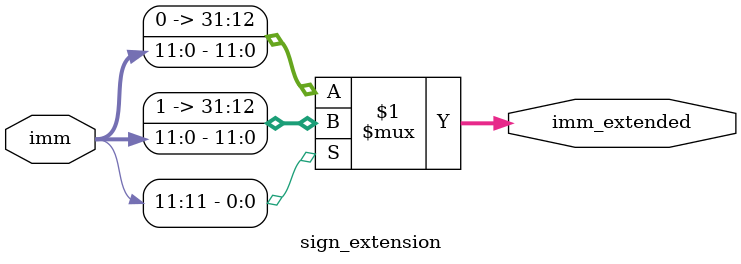
<source format=sv>
module sign_extension(
  input logic [11:0] imm,
  output logic [31:0] imm_extended
);

  assign imm_extended = imm[11] ? {20'b11111111111111111111, imm} : {20'b0, imm};

endmodule

</source>
